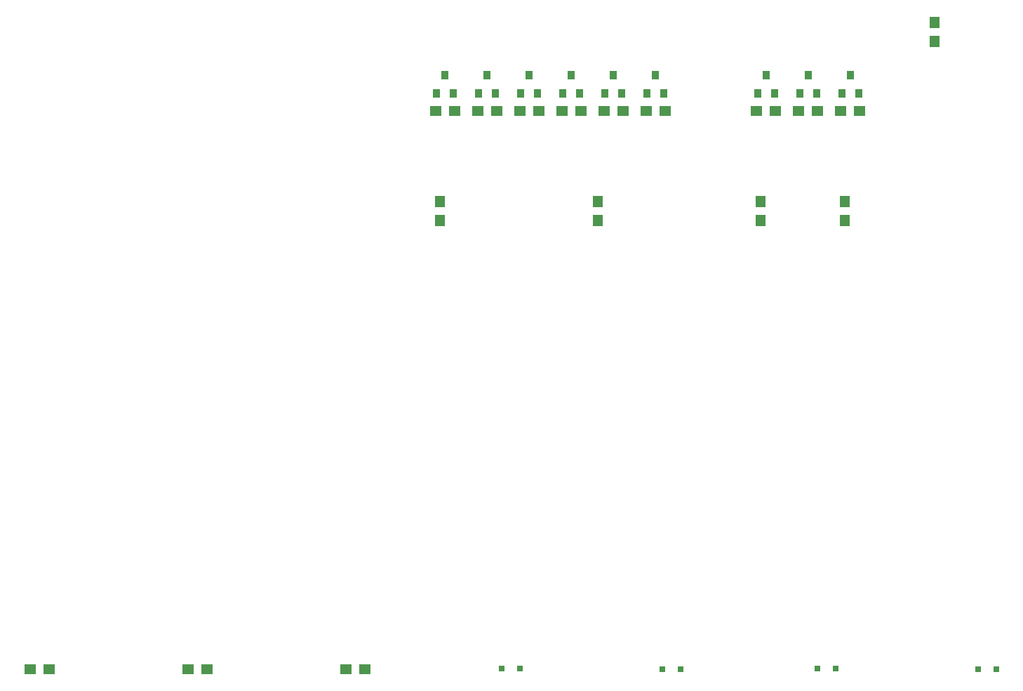
<source format=gbr>
G04 EasyPC Gerber Version 20.0.2 Build 4112 *
G04 #@! TF.Part,Single*
G04 #@! TF.FileFunction,Paste,Bot *
%FSLAX35Y35*%
%MOIN*%
G04 #@! TA.AperFunction,SMDPad*
%ADD89R,0.03600X0.04400*%
%ADD88R,0.05100X0.05600*%
%ADD87R,0.02750X0.02750*%
%ADD86R,0.05600X0.05100*%
X0Y0D02*
D02*
D86*
X755750Y374250D03*
X764750D03*
X830750D03*
X839750D03*
X905750D03*
X914750D03*
X948250Y639250D03*
X957250D03*
X968250D03*
X977250D03*
X988250D03*
X997250D03*
X1008250D03*
X1017250D03*
X1028250D03*
X1037250D03*
X1048250D03*
X1057250D03*
X1100750D03*
X1109750D03*
X1120750D03*
X1129750D03*
X1140750D03*
X1149750D03*
D02*
D87*
X979691Y374667D03*
X988352D03*
X1055919Y374250D03*
X1064581D03*
X1129691Y374667D03*
X1138352D03*
X1205919Y374250D03*
X1214581D03*
D02*
D88*
X950250Y587250D03*
Y596250D03*
X1025250Y587250D03*
Y596250D03*
X1102750Y587250D03*
Y596250D03*
X1142750Y587250D03*
Y596250D03*
X1185250Y672250D03*
Y681250D03*
D02*
D89*
X948750Y647450D03*
X952750Y656150D03*
X956750Y647450D03*
X968750D03*
X972750Y656150D03*
X976750Y647450D03*
X988750D03*
X992750Y656150D03*
X996750Y647450D03*
X1008750D03*
X1012750Y656150D03*
X1016750Y647450D03*
X1028750D03*
X1032750Y656150D03*
X1036750Y647450D03*
X1048750D03*
X1052750Y656150D03*
X1056750Y647450D03*
X1101250D03*
X1105250Y656150D03*
X1109250Y647450D03*
X1121250D03*
X1125250Y656150D03*
X1129250Y647450D03*
X1141250D03*
X1145250Y656150D03*
X1149250Y647450D03*
X0Y0D02*
M02*

</source>
